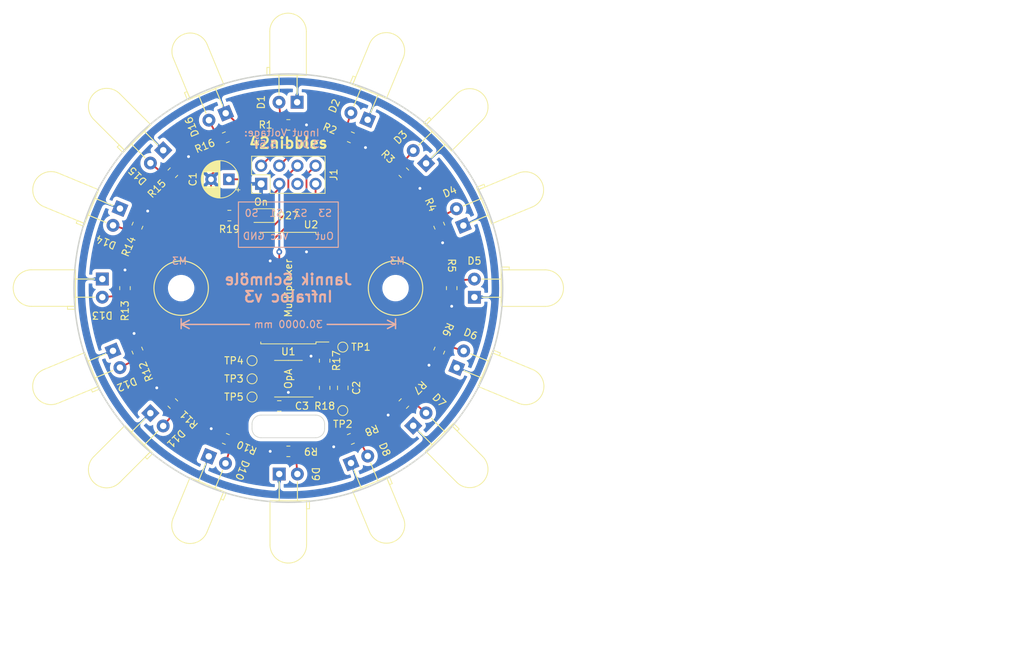
<source format=kicad_pcb>
(kicad_pcb (version 20221018) (generator pcbnew)
  (title_block (title "Infraloc") (date "2023-02-10") (rev "3") (company "FH Dortmund - 42nibbles") (comment 1 "Jannik Schmöle") (comment 4 "AISLER Project ID: UIJZLBFI"))
  (layers (0 "F.Cu" signal) (31 "B.Cu" signal) (34 "B.Paste" user) (35 "F.Paste" user) (36 "B.SilkS" user "B.Silkscreen") (37 "F.SilkS" user "F.Silkscreen") (38 "B.Mask" user) (39 "F.Mask" user) (44 "Edge.Cuts" user))
  (net 0 "")
  (net 1 "IRsig")
  (net 2 "/IR Empfänger/S0")
  (net 3 "GND")
  (net 4 "/IR Empfänger/S1")
  (net 5 "/IR Empfänger/S2")
  (net 6 "VCC")
  (net 7 "/IR Empfänger/S3")
  (net 8 "/IR Empfänger/Out")
  (net 9 "Net-(U1A--)")
  (net 10 "Net-(D1-A)")
  (net 11 "Net-(D2-A)")
  (net 12 "Net-(D3-A)")
  (net 13 "Net-(D4-A)")
  (net 14 "Net-(D5-A)")
  (net 15 "Net-(D6-A)")
  (net 16 "Net-(D7-A)")
  (net 17 "Net-(D8-A)")
  (net 18 "Net-(D9-A)")
  (net 19 "Net-(D10-A)")
  (net 20 "Net-(D11-A)")
  (net 21 "Net-(D12-A)")
  (net 22 "Net-(D13-A)")
  (net 23 "Net-(D14-A)")
  (net 24 "Net-(D15-A)")
  (net 25 "/IR Empfänger/IR Drive")
  (net 26 "Net-(D16-A)")
  (net 27 "Net-(D27-A)")
  (net 28 "Net-(TP5-Pad1)")
  (net 29 "Net-(U1B--)")
  (net 30 "Net-(U1B-+)")
  (footprint "Capacitor_SMD:C_0805_2012Metric_Pad1.18x1.45mm_HandSolder" (layer "F.Cu") (at 67.31 73.66 -90)
    (fp_text reference "C2")
    (fp_text value "10pF")
  )
  (footprint "Resistor_SMD:R_0805_2012Metric_Pad1.20x1.40mm_HandSolder" (layer "F.Cu") (at 75.854461 43.525538 -45)
    (fp_text reference "R3")
    (fp_text value "R")
  )
  (footprint "Resistor_SMD:R_0805_2012Metric_Pad1.20x1.40mm_HandSolder" (layer "F.Cu") (at 43.525538 43.525538 45)
    (fp_text reference "R15")
    (fp_text value "R")
  )
  (footprint "TestPoint:TestPoint_Pad_D1.0mm" (layer "F.Cu") (at 67.31 76.835 -90)
    (fp_text reference "TP2")
    (fp_text value "Preamp")
  )
  (footprint "LED_THT:LED_D5.0mm_Horizontal_O3.81mm_Z3.0mm" (layer "F.Cu") (at 35.636796 49.726836 -112.5)
    (fp_text reference "D14")
    (fp_text value "D_Photo")
  )
  (footprint "LED_THT:LED_D5.0mm_Horizontal_O3.81mm_Z3.0mm" (layer "F.Cu") (at 69.653163 83.743203 22.5)
    (fp_text reference "D8")
    (fp_text value "D_Photo")
  )
  (footprint "LED_THT:LED_D5.0mm_Horizontal_O3.81mm_Z3.0mm" (layer "F.Cu") (at 49.726836 35.636796 -157.5)
    (fp_text reference "D16")
    (fp_text value "D_Photo")
  )
  (footprint "TestPoint:TestPoint_Pad_D1.0mm" (layer "F.Cu") (at 67.31 67.945 180)
    (fp_text reference "TP1")
    (fp_text value "IR_Signal")
  )
  (footprint "Resistor_SMD:R_0805_2012Metric_Pad1.20x1.40mm_HandSolder" (layer "F.Cu") (at 59.69 36.83)
    (fp_text reference "R1")
    (fp_text value "R")
  )
  (footprint "Resistor_SMD:R_0805_2012Metric_Pad1.20x1.40mm_HandSolder" (layer "F.Cu") (at 51.435 49.53 180)
    (fp_text reference "R19")
    (fp_text value "250R")
  )
  (footprint "Connector_PinHeader_2.54mm:PinHeader_2x04_P2.54mm_Vertical" (layer "F.Cu") (at 55.88 45.085 90)
    (fp_text reference "J1")
    (fp_text value "Conn_02x04_Odd_Even")
  )
  (footprint "LED_THT:LED_D5.0mm_Horizontal_O3.81mm_Z3.0mm" (layer "F.Cu") (at 35.636796 69.653163 -67.5)
    (fp_text reference "D12")
    (fp_text value "D_Photo")
  )
  (footprint "TestPoint:TestPoint_Pad_D1.0mm" (layer "F.Cu") (at 54.61 72.39)
    (fp_text reference "TP3")
    (fp_text value "2-")
  )
  (footprint "Resistor_SMD:R_0805_2012Metric_Pad1.20x1.40mm_HandSolder" (layer "F.Cu") (at 68.438143 80.809886 -157.5)
    (fp_text reference "R8")
    (fp_text value "R")
  )
  (footprint "Resistor_SMD:R_0805_2012Metric_Pad1.20x1.40mm_HandSolder" (layer "F.Cu") (at 38.570113 50.941856 67.5)
    (fp_text reference "R14")
    (fp_text value "R")
  )
  (footprint "Resistor_SMD:R_0805_2012Metric_Pad1.20x1.40mm_HandSolder" (layer "F.Cu") (at 50.941856 38.570113 22.5)
    (fp_text reference "R16")
    (fp_text value "R")
  )
  (footprint "Resistor_SMD:R_0805_2012Metric_Pad1.20x1.40mm_HandSolder" (layer "F.Cu") (at 75.854461 75.854461 -135)
    (fp_text reference "R7")
    (fp_text value "R")
  )
  (footprint "LED_THT:LED_D5.0mm_Horizontal_O3.81mm_Z3.0mm" (layer "F.Cu") (at 49.726836 83.743203 -22.5)
    (fp_text reference "D10")
    (fp_text value "D_Photo")
  )
  (footprint "Resistor_SMD:R_0805_2012Metric_Pad1.20x1.40mm_HandSolder" (layer "F.Cu") (at 80.809886 50.941856 -67.5)
    (fp_text reference "R4")
    (fp_text value "R")
  )
  (footprint "LED_THT:LED_D5.0mm_Horizontal_O3.81mm_Z3.0mm" (layer "F.Cu") (at 59.69 33.655 180)
    (fp_text reference "D1")
    (fp_text value "D_Photo")
  )
  (footprint "LED_THT:LED_D5.0mm_Horizontal_O3.81mm_Z3.0mm" (layer "F.Cu") (at 83.743203 69.653163 67.5)
    (fp_text reference "D6")
    (fp_text value "D_Photo")
  )
  (footprint "Resistor_SMD:R_0805_2012Metric_Pad1.20x1.40mm_HandSolder" (layer "F.Cu") (at 43.525538 75.854461 135)
    (fp_text reference "R11")
    (fp_text value "R")
  )
  (footprint "LED_THT:LED_D5.0mm_Horizontal_O3.81mm_Z3.0mm" (layer "F.Cu") (at 59.69 85.725)
    (fp_text reference "D9")
    (fp_text value "D_Photo")
  )
  (footprint "Resistor_SMD:R_0805_2012Metric_Pad1.20x1.40mm_HandSolder" (layer "F.Cu") (at 64.77 73.66 -90)
    (fp_text reference "R18")
    (fp_text value "R")
  )
  (footprint "Resistor_SMD:R_0805_2012Metric_Pad1.20x1.40mm_HandSolder" (layer "F.Cu") (at 50.941856 80.809886 157.5)
    (fp_text reference "R10")
    (fp_text value "R")
  )
  (footprint "LED_THT:LED_D5.0mm_Horizontal_O3.81mm_Z3.0mm" (layer "F.Cu") (at 33.655 59.69 -90)
    (fp_text reference "D13")
    (fp_text value "D_Photo")
  )
  (footprint "Package_SO:SOP-8_3.9x4.9mm_P1.27mm" (layer "F.Cu") (at 59.7025 72.3775 180)
    (fp_text reference "U1")
    (fp_text value "LM358")
  )
  (footprint "Resistor_SMD:R_0805_2012Metric_Pad1.20x1.40mm_HandSolder" (layer "F.Cu") (at 36.83 59.69 90)
    (fp_text reference "R13")
    (fp_text value "R")
  )
  (footprint "LED_THT:LED_D5.0mm_Horizontal_O3.81mm_Z3.0mm" (layer "F.Cu") (at 83.743203 49.726836 112.5)
    (fp_text reference "D4")
    (fp_text value "D_Photo")
  )
  (footprint "TestPoint:TestPoint_Pad_D1.0mm" (layer "F.Cu") (at 54.61 69.85)
    (fp_text reference "TP4")
    (fp_text value "2+")
  )
  (footprint "LED_THT:LED_D5.0mm_Horizontal_O3.81mm_Z3.0mm" (layer "F.Cu") (at 41.280474 78.099525 -45)
    (fp_text reference "D11")
    (fp_text value "D_Photo")
  )
  (footprint "LED_THT:LED_D5.0mm_Horizontal_O3.81mm_Z3.0mm" (layer "F.Cu") (at 41.280474 41.280474 -135)
    (fp_text reference "D15")
    (fp_text value "D_Photo")
  )
  (footprint "Package_SO:SOIC-24W_7.5x15.4mm_P1.27mm" (layer "F.Cu") (at 59.69 59.69 180)
    (fp_text reference "U2")
    (fp_text value "74HC4067D")
  )
  (footprint "Capacitor_SMD:C_0805_2012Metric_Pad1.18x1.45mm_HandSolder" (layer "F.Cu") (at 58.42 76.2)
    (fp_text reference "C3")
    (fp_text value "100nF")
  )
  (footprint "LED_THT:LED_D5.0mm_Horizontal_O3.81mm_Z3.0mm" (layer "F.Cu") (at 78.099525 41.280474 135)
    (fp_text reference "D3")
    (fp_text value "D_Photo")
  )
  (footprint "Resistor_SMD:R_0805_2012Metric_Pad1.20x1.40mm_HandSolder" (layer "F.Cu") (at 64.77 69.85 -90)
    (fp_text reference "R17")
    (fp_text value "150k")
  )
  (footprint "Resistor_SMD:R_0805_2012Metric_Pad1.20x1.40mm_HandSolder" (layer "F.Cu") (at 38.570113 68.438143 112.5)
    (fp_text reference "R12")
    (fp_text value "R")
  )
  (footprint "Resistor_SMD:R_0805_2012Metric_Pad1.20x1.40mm_HandSolder" (layer "F.Cu") (at 59.69 82.55 180)
    (fp_text reference "R9")
    (fp_text value "R")
  )
  (footprint "Resistor_SMD:R_0805_2012Metric_Pad1.20x1.40mm_HandSolder" (layer "F.Cu") (at 80.809886 68.438143 -112.5)
    (fp_text reference "R6")
    (fp_text value "R")
  )
  (footprint "LED_THT:LED_D5.0mm_Horizontal_O3.81mm_Z3.0mm" (layer "F.Cu") (at 85.725 59.69 90)
    (fp_text reference "D5")
    (fp_text value "D_Photo")
  )
  (footprint "Resistor_SMD:R_0805_2012Metric_Pad1.20x1.40mm_HandSolder" (layer "F.Cu") (at 82.55 59.69 -90)
    (fp_text reference "R5")
    (fp_text value "R")
  )
  (footprint "Capacitor_THT:CP_Radial_D5.0mm_P2.50mm" (layer "F.Cu") (at 51.370113 44.45 180)
    (fp_text reference "C1")
    (fp_text value "10uF")
  )
  (footprint "Resistor_SMD:R_0805_2012Metric_Pad1.20x1.40mm_HandSolder" (layer "F.Cu") (at 68.438143 38.570113 -22.5)
    (fp_text reference "R2")
    (fp_text value "R")
  )
  (footprint "MountingHole:MountingHole_3.2mm_M3_DIN965" (layer "F.Cu") (at 44.69 59.69)
    (fp_text reference "H2")
    (fp_text value "MountingHole")
  )
  (footprint "LED_THT:LED_D5.0mm_Horizontal_O3.81mm_Z3.0mm" (layer "F.Cu") (at 69.653163 35.636796 157.5)
    (fp_text reference "D2")
    (fp_text value "D_Photo")
  )
  (footprint "LED_SMD:LED_0805_2012Metric_Pad1.15x1.40mm_HandSolder" (layer "F.Cu") (at 55.88 49.53 180)
    (fp_text reference "D27")
    (fp_text value "LED")
  )
  (footprint "TestPoint:TestPoint_Pad_D1.0mm" (layer "F.Cu") (at 54.61 74.93)
    (fp_text reference "TP5")
    (fp_text value "2Out")
  )
  (footprint "LED_THT:LED_D5.0mm_Horizontal_O3.81mm_Z3.0mm" (layer "F.Cu") (at 78.099525 78.099525 45)
    (fp_text reference "D7")
    (fp_text value "D_Photo")
  )
  (footprint "MountingHole:MountingHole_3.2mm_M3_DIN965" (layer "F.Cu") (at 74.69 59.69)
    (fp_text reference "H1")
    (fp_text value "MountingHole")
  )
  (gr_rect (start 52.705 47.625) (end 66.675 53.975) (stroke (width 0.15)) (fill none) (layer "B.SilkS"))
  (gr_circle (center 74.69 59.69) (end 78.5 59.69) (stroke (width 0.15)) (fill none) (layer "F.SilkS"))
  (gr_circle (center 44.69 59.69) (end 40.88 59.69) (stroke (width 0.15)) (fill none) (layer "F.SilkS"))
  (gr_circle (center 59.69 59.69) (end 89.69 59.69) (stroke (width 0.2)) (fill none) (layer "Edge.Cuts"))
  (gr_line (start 54.61 79.375) (end 54.61 78.74) (stroke (width 0.1)) (layer "Edge.Cuts"))
  (gr_line (start 63.5 80.645) (end 55.88 80.645) (stroke (width 0.1)) (layer "Edge.Cuts"))
  (gr_arc (start 54.61 78.74) (mid 54.981974 77.841974) (end 55.88 77.47) (stroke (width 0.1)) (layer "Edge.Cuts"))
  (gr_line (start 55.88 77.47) (end 63.5 77.47) (stroke (width 0.1)) (layer "Edge.Cuts"))
  (gr_arc (start 55.88 80.645) (mid 54.981974 80.273026) (end 54.61 79.375) (stroke (width 0.1)) (layer "Edge.Cuts"))
  (gr_arc (start 64.77 79.375) (mid 64.398026 80.273026) (end 63.5 80.645) (stroke (width 0.1)) (layer "Edge.Cuts"))
  (gr_line (start 64.77 78.74) (end 64.77 79.375) (stroke (width 0.1)) (layer "Edge.Cuts"))
  (gr_arc (start 63.5 77.47) (mid 64.398026 77.841974) (end 64.77 78.74) (stroke (width 0.1)) (layer "Edge.Cuts"))
  (gr_text "Input Voltage:\n3.0V - 5.5V" (at 64.135 38.735) (layer "B.SilkS") (effects (font (size 1 1)) (justify left mirror)))
  (gr_text "M3" (at 74.93 55.88) (layer "B.SilkS") (effects (font (size 1 1)) (justify mirror)))
  (gr_text "Jannik Schmöle\nInfraloc v3" (at 59.69 59.69) (layer "B.SilkS") (effects (font (size 1.5 1.5) (thickness 0.3)) (justify mirror)))
  (gr_text "M3" (at 44.45 55.88) (layer "B.SilkS") (effects (font (size 1 1)) (justify mirror)))
  (gr_text "S3  S2  S1  S0\n\nOut     Vcc GND" (at 59.69 50.8) (layer "B.SilkS") (effects (font (size 1 1)) (justify mirror)))
  (gr_text "Multiplexer" (at 59.69 59.69 90) (layer "F.SilkS") (effects (font (size 1 1))))
  (gr_text "42nibbles" (at 59.69 39.37) (layer "F.SilkS") (effects (font (size 1.5 1.5) (thickness 0.3))))
  (gr_text "OpA" (at 59.69 72.39 90) (layer "F.SilkS") (effects (font (size 1 1))))
  (gr_text "On" (at 55.88 47.625) (layer "F.SilkS") (effects (font (size 1 1))))
  (dimension (type aligned) (layer "B.SilkS") (pts (xy 74.69 63.5) (xy 44.69 63.5)) (height -1.27) (gr_text "30,0000 mm" (at 59.69 64.77) (layer "B.SilkS") (effects (font (size 1 1) (thickness 0.15)) (justify mirror))) (format (prefix "") (suffix "") (units 3) (units_format 1) (precision 4)) (style (thickness 0.2) (arrow_length 1.27) (text_position_mode 2) (extension_height 0.58642) (extension_offset 0.5) keep_text_aligned))
  (segment (start 60.96 69.215) (end 60.96 71.1175) (width 0.25) (layer "F.Cu") (net 1))
  (segment (start 66.04 66.675) (end 67.31 67.945) (width 0.25) (layer "F.Cu") (net 1))
  (segment (start 60.96 71.1175) (end 61.585 71.7425) (width 0.25) (layer "F.Cu") (net 1))
  (segment (start 63.5 66.675) (end 60.96 69.215) (width 0.25) (layer "F.Cu") (net 1))
  (segment (start 61.585 71.7425) (end 62.3275 71.7425) (width 0.25) (layer "F.Cu") (net 1))
  (segment (start 64.34 66.675) (end 66.04 66.675) (width 0.25) (layer "F.Cu") (net 1))
  (segment (start 64.34 66.675) (end 63.5 66.675) (width 0.25) (layer "F.Cu") (net 1))
  (segment (start 58.42 40.005) (end 64.77 40.005) (width 0.25) (layer "F.Cu") (net 2))
  (segment (start 67.31 53.34) (end 65.405 55.245) (width 0.25) (layer "F.Cu") (net 2))
  (segment (start 65.405 55.245) (end 64.34 55.245) (width 0.25) (layer "F.Cu") (net 2))
  (segment (start 67.31 42.545) (end 67.31 53.34) (width 0.25) (layer "F.Cu") (net 2))
  (segment (start 64.77 40.005) (end 67.31 42.545) (width 0.25) (layer "F.Cu") (net 2))
  (segment (start 55.88 42.545) (end 58.42 40.005) (width 0.25) (layer "F.Cu") (net 2))
  (segment (start 51.865736 40.844264) (end 48.870113 43.839887) (width 0.25) (layer "F.Cu") (net 3))
  (segment (start 36.83 58.69) (end 36.83 57.15) (width 0.25) (layer "F.Cu") (net 3))
  (segment (start 58.69 82.55) (end 57.15 82.55) (width 0.25) (layer "F.Cu") (net 3))
  (segment (start 64.405 69.215) (end 64.77 68.85) (width 0.25) (layer "F.Cu") (net 3))
  (segment (start 69.362023 38.952796) (end 69.432796 38.952796) (width 0.25) (layer "F.Cu") (net 3))
  (segment (start 80.427203 69.432797) (end 79.375 70.485) (width 0.25) (layer "F.Cu") (net 3))
  (segment (start 51.865736 38.18743) (end 51.865736 40.844264) (width 0.25) (layer "F.Cu") (net 3))
  (segment (start 48.870113 44.45) (end 48.870113 47.965113) (width 0.25) (layer "F.Cu") (net 3))
  (segment (start 62.865 69.215) (end 62.3275 69.7525) (width 0.25) (layer "F.Cu") (net 3))
  (segment (start 63.5 52.705) (end 64.34 52.705) (width 0.25) (layer "F.Cu") (net 3))
  (segment (start 59.4575 74.5275) (end 59.4575 76.2) (width 0.25) (layer "F.Cu") (net 3))
  (segment (start 57.15 55.88) (end 56.515 55.245) (width 0.25) (layer "F.Cu") (net 3))
  (segment (start 74.238922 77.47) (end 75.147354 76.561568) (width 0.25) (layer "F.Cu") (net 3))
  (segment (start 38.18743 66.12743) (end 38.18743 67.514263) (width 0.25) (layer "F.Cu") (net 3))
  (segment (start 41.275 73.66) (end 41.331077 73.66) (width 0.25) (layer "F.Cu") (net 3))
  (segment (start 69.432796 38.952796) (end 70.485 40.005) (width 0.25) (layer "F.Cu") (net 3))
  (segment (start 48.870113 43.839887) (end 48.870113 44.45) (width 0.25) (layer "F.Cu") (net 3))
  (segment (start 62.23 53.975) (end 63.5 52.705) (width 0.25) (layer "F.Cu") (net 3))
  (segment (start 73.66 77.47) (end 74.238922 77.47) (width 0.25) (layer "F.Cu") (net 3))
  (segment (start 50.017976 80.427203) (end 49.947203 80.427203) (width 0.25) (layer "F.Cu") (net 3))
  (segment (start 60.69 36.83) (end 62.23 36.83) (width 0.25) (layer "F.Cu") (net 3))
  (segment (start 76.561568 44.232645) (end 76.617645 44.232645) (width 0.25) (layer "F.Cu") (net 3))
  (segment (start 80.427203 69.362023) (end 80.427203 69.432797) (width 0.25) (layer "F.Cu") (net 3))
  (segment (start 41.331077 73.66) (end 42.818431 75.147354) (width 0.25) (layer "F.Cu") (net 3))
  (segment (start 49.947203 80.427203) (end 48.895 79.375) (width 0.25) (layer "F.Cu") (net 3))
  (segment (start 44.232645 42.762355) (end 45.72 41.275) (width 0.25) (layer "F.Cu") (net 3))
  (segment (start 59.69 74.295) (end 59.4575 74.5275) (width 0.25) (layer "F.Cu") (net 3))
  (segment (start 44.232645 42.818431) (end 44.232645 42.762355) (width 0.25) (layer "F.Cu") (net 3))
  (segment (start 82.55 60.69) (end 82.55 62.23) (width 0.25) (layer "F.Cu") (net 3))
  (segment (start 62.3275 69.7525) (end 62.3275 70.4725) (width 0.25) (layer "F.Cu") (net 3))
  (segment (start 38.952796 49.947204) (end 40.005 48.895) (width 0.25) (layer "F.Cu") (net 3))
  (segment (start 48.870113 47.965113) (end 50.435 49.53) (width 0.25) (layer "F.Cu") (net 3))
  (segment (start 81.192569 53.252569) (end 81.28 53.34) (width 0.25) (layer "F.Cu") (net 3))
  (segment (start 76.617645 44.232645) (end 78.105 45.72) (width 0.25) (layer "F.Cu") (net 3))
  (segment (start 62.23 54.61) (end 62.23 53.975) (width 0.25) (layer "F.Cu") (net 3))
  (segment (start 81.192569 51.865736) (end 81.192569 53.252569) (width 0.25) (layer "F.Cu") (net 3))
  (segment (start 66.762431 81.192569) (end 66.04 81.915) (width 0.25) (layer "F.Cu") (net 3))
  (segment (start 38.1 66.04) (end 38.18743 66.12743) (width 0.25) (layer "F.Cu") (net 3))
  (segment (start 38.952796 50.017976) (end 38.952796 49.947204) (width 0.25) (layer "F.Cu") (net 3))
  (segment (start 67.514263 81.192569) (end 66.762431 81.192569) (width 0.25) (layer "F.Cu") (net 3))
  (segment (start 62.865 69.215) (end 64.405 69.215) (width 0.25) (layer "F.Cu") (net 3))
  (segment (start 56.515 55.245) (end 55.04 55.245) (width 0.25) (layer "F.Cu") (net 3))
  (via (at 73.66 77.47) (size 0.8) (drill 0.4) (layers "F.Cu" "B.Cu") (net 3))
  (via (at 62.23 36.83) (size 0.8) (drill 0.4) (layers "F.Cu" "B.Cu") (net 3))
  (via (at 38.1 66.04) (size 0.8) (drill 0.4) (layers "F.Cu" "B.Cu") (net 3))
  (via (at 82.55 62.23) (size 0.8) (drill 0.4) (layers "F.Cu" "B.Cu") (net 3))
  (via (at 66.04 81.915) (size 0.8) (drill 0.4) (layers "F.Cu" "B.Cu") (net 3))
  (via (at 78.105 45.72) (size 0.8) (drill 0.4) (layers "F.Cu" "B.Cu") (net 3))
  (via (at 41.275 73.66) (size 0.8) (drill 0.4) (layers "F.Cu" "B.Cu") (net 3))
  (via (at 45.72 41.275) (size 0.8) (drill 0.4) (layers "F.Cu" "B.Cu") (net 3))
  (via (at 57.15 82.55) (size 0.8) (drill 0.4) (layers "F.Cu" "B.Cu") (net 3))
  (via (at 81.28 53.34) (size 0.8) (drill 0.4) (layers "F.Cu" "B.Cu") (net 3))
  (via (at 57.15 55.88) (size 0.8) (drill 0.4) (layers "F.Cu" "B.Cu") (net 3))
  (via (at 62.23 54.61) (size 0.8) (drill 0.4) (layers "F.Cu" "B.Cu") (net 3))
  (via (at 36.83 57.15) (size 0.8) (drill 0.4) (layers "F.Cu" "B.Cu") (net 3))
  (via (at 48.895 79.375) (size 0.8) (drill 0.4) (layers "F.Cu" "B.Cu") (net 3))
  (via (at 70.485 40.005) (size 0.8) (drill 0.4) (layers "F.Cu" "B.Cu") (net 3))
  (via (at 62.865 69.215) (size 0.8) (drill 0.4) (layers "F.Cu" "B.Cu") (net 3))
  (via (at 59.69 74.295) (size 0.8) (drill 0.4) (layers "F.Cu" "B.Cu") (net 3))
  (via (at 40.005 48.895) (size 0.8) (drill 0.4) (layers "F.Cu" "B.Cu") (net 3))
  (via (at 79.375 70.485) (size 0.8) (drill 0.4) (layers "F.Cu" "B.Cu") (net 3))
  (segment (start 65.05452 53.975) (end 64.34 53.975) (width 0.25) (layer "F.Cu") (net 4))
  (segment (start 64.135 40.64) (end 66.04 42.545) (width 0.25) (layer "F.Cu") (net 4))
  (segment (start 66.04 52.98952) (end 65.05452 53.975) (width 0.25) (layer "F.Cu") (net 4))
  (segment (start 66.04 42.545) (end 66.04 52.98952) (width 0.25) (layer "F.Cu") (net 4))
  (segment (start 58.42 42.545) (end 60.325 40.64) (width 0.25) (layer "F.Cu") (net 4))
  (segment (start 60.325 40.64) (end 64.135 40.64) (width 0.25) (layer "F.Cu") (net 4))
  (segment (start 53.975 53.975) (end 55.04 53.975) (width 0.25) (layer "F.Cu") (net 5))
  (segment (start 60.96 42.545) (end 59.69 43.815) (width 0.25) (layer "F.Cu") (net 5))
  (segment (start 57.15 51.435) (end 54.15024 51.435) (width 0.25) (layer "F.Cu") (net 5))
  (segment (start 59.69 48.895) (end 57.15 51.435) (width 0.25) (layer "F.Cu") (net 5))
  (segment (start 53.34 52.24524) (end 53.34 53.34) (width 0.25) (layer "F.Cu") (net 5))
  (segment (start 54.15024 51.435) (end 53.34 52.24524) (width 0.25) (layer "F.Cu") (net 5))
  (segment (start 59.69 43.815) (end 59.69 48.895) (width 0.25) (layer "F.Cu") (net 5))
  (segment (start 53.34 53.34) (end 53.975 53.975) (width 0.25) (layer "F.Cu") (net 5))
  (segment (start 56.515 47.625) (end 56.905 48.015) (width 0.25) (layer "F.Cu") (net 6))
  (segment (start 55.990536 66.675) (end 55.04 66.675) (width 0.25) (layer "F.Cu") (net 6))
  (segment (start 57.7975 74.2825) (end 58.42 73.66) (width 0.25) (layer "F.Cu") (net 6))
  (segment (start 56.515 47.625) (end 58.42 45.72) (width 0.25) (layer "F.Cu") (net 6))
  (segment (start 50.923917 35.195069) (end 51.070069 35.195069) (width 0.25) (layer "F.Cu") (net 6))
  (segment (start 53.34 44.45) (end 53.34 46.419887) (width 0.25) (layer "F.Cu") (net 6))
  (segment (start 54.545113 47.625) (end 56.515 47.625) (width 0.25) (layer "F.Cu") (net 6))
  (segment (start 57.0775 75.895) (end 57.3825 76.2) (width 0.25) (layer "F.Cu") (net 6))
  (segment (start 57.0775 74.2825) (end 57.7975 74.2825) (width 0.25) (layer "F.Cu") (net 6))
  (segment (start 53.34 37.465) (end 53.34 44.45) (width 0.25) (layer "F.Cu") (net 6))
  (segment (start 58.42 70.055) (end 55.04 66.675) (width 0.25) (layer "F.Cu") (net 6))
  (segment (start 53.34 46.419887) (end 54.545113 47.625) (width 0.25) (layer "F.Cu") (net 6))
  (segment (start 56.905 48.015) (end 56.905 49.53) (width 0.25) (layer "F.Cu") (net 6))
  (segment (start 58.42 73.66) (end 58.42 70.055) (width 0.25) (layer "F.Cu") (net 6))
  (segment (start 58.42 45.72) (end 58.42 45.085) (width 0.25) (layer "F.Cu") (net 6))
  (segment (start 51.370113 44.45) (end 53.34 44.45) (width 0.25) (layer "F.Cu") (net 6))
  (segment (start 57.0775 74.2825) (end 57.0775 75.895) (width 0.25) (layer "F.Cu") (net 6))
  (segment (start 51.070069 35.195069) (end 53.34 37.465) (width 0.25) (layer "F.Cu") (net 6))
  (segment (start 58.42 64.245536) (end 55.990536 66.675) (width 0.25) (layer "F.Cu") (net 6))
  (segment (start 58.42 54.61) (end 58.42 64.245536) (width 0.25) (layer "F.Cu") (net 6))
  (via (at 58.42 54.61) (size 0.8) (drill 0.4) (layers "F.Cu" "B.Cu") (net 6))
  (segment (start 68.456082 84.18493) (end 69.215 86.36) (width 0.25) (layer "B.Cu") (net 6))
  (segment (start 33.655 58.415) (end 31.115 58.42) (width 0.25) (layer "B.Cu") (net 6))
  (segment (start 85.725 60.965) (end 88.26 60.965) (width 0.25) (layer "B.Cu") (net 6))
  (segment (start 36.124717 48.54889) (end 33.655 47.625) (width 0.25) (layer "B.Cu") (net 6))
  (segment (start 58.415 85.725) (end 58.42 88.265) (width 0.25) (layer "B.Cu") (net 6))
  (segment (start 78.965731 42.21739) (end 81.28 40.005) (width 0.25) (layer "B.Cu") (net 6))
  (segment (start 42.182035 40.378913) (end 40.64 38.735) (width 0.25) (layer "B.Cu") (net 6))
  (segment (start 50.923917 35.195069) (end 50.165 33.02) (width 0.25) (layer "B.Cu") (net 6))
  (segment (start 58.42 54.61) (end 58.42 45.085) (width 0.25) (layer "B.Cu") (net 6))
  (segment (start 48.54889 83.255282) (end 47.625 85.725) (width 0.25) (layer "B.Cu") (net 6))
  (segment (start 83.255282 70.831109) (end 85.725 71.755) (width 0.25) (layer "B.Cu") (net 6))
  (segment (start 40.378913 77.197964) (end 38.735 78.74) (width 0.25) (layer "B.Cu") (net 6))
  (segment (start 60.92 33.655) (end 60.96 31.115) (width 0.25) (layer "B.Cu") (net 6))
  (segment (start 84.18493 50.923917) (end 86.995 49.53) (width 0.25) (layer "B.Cu") (net 6))
  (segment (start 77.162609 78.965731) (end 78.74 80.645) (width 0.25) (layer "B.Cu") (net 6))
  (segment (start 70.789535 36.107497) (end 71.755 33.655) (width 0.25) (layer "B.Cu") (net 6))
  (segment (start 35.148875 68.475217) (end 33.02 69.215) (width 0.25) (layer "B.Cu") (net 6))
  (segment (start 88.26 60.965) (end 88.265 60.96) (width 0.25) (layer "B.Cu") (net 6))
  (segment (start 62.23 43.815) (end 62.23 48.26) (width 0.25) (layer "F.Cu") (net 7))
  (segment (start 57.785 52.705) (end 55.04 52.705) (width 0.25) (layer "F.Cu") (net 7))
  (segment (start 62.23 48.26) (end 57.785 52.705) (width 0.25) (layer "F.Cu") (net 7))
  (segment (start 63.5 42.545) (end 62.23 43.815) (width 0.25) (layer "F.Cu") (net 7))
  (segment (start 63.5 45.085) (end 63.5 48.895704) (width 0.25) (layer "F.Cu") (net 8))
  (segment (start 64.77 74.66) (end 67.2725 74.66) (width 0.25) (layer "F.Cu") (net 8))
  (segment (start 59.69 52.705704) (end 59.69 72.39) (width 0.25) (layer "F.Cu") (net 8))
  (segment (start 59.69 72.39) (end 61.5825 74.2825) (width 0.25) (layer "F.Cu") (net 8))
  (segment (start 64.3925 74.2825) (end 64.77 74.66) (width 0.25) (layer "F.Cu") (net 8))
  (segment (start 67.31 76.835) (end 67.31 74.6975) (width 0.25) (layer "F.Cu") (net 8))
  (segment (start 63.5 48.895704) (end 59.69 52.705704) (width 0.25) (layer "F.Cu") (net 8))
  (segment (start 61.5825 74.2825) (end 62.3275 74.2825) (width 0.25) (layer "F.Cu") (net 8))
  (segment (start 62.3275 74.2825) (end 64.3925 74.2825) (width 0.25) (layer "F.Cu") (net 8))
  (segment (start 64.77 72.66) (end 67.2725 72.66) (width 0.25) (layer "F.Cu") (net 9))
  (segment (start 67.2725 72.66) (end 67.31 72.6225) (width 0.25) (layer "F.Cu") (net 9))
  (segment (start 62.3275 73.0125) (end 64.4175 73.0125) (width 0.25) (layer "F.Cu") (net 9))
  (segment (start 64.77 72.66) (end 64.77 70.85) (width 0.25) (layer "F.Cu") (net 9))
  (segment (start 64.4175 73.0125) (end 64.77 72.66) (width 0.25) (layer "F.Cu") (net 9))
  (segment (start 68.58 42.545) (end 64.77 38.735) (width 0.25) (layer "F.Cu") (net 10))
  (segment (start 65.405 56.515) (end 68.58 53.34) (width 0.25) (layer "F.Cu") (net 10))
  (segment (start 64.77 38.735) (end 60.325 38.735) (width 0.25) (layer "F.Cu") (net 10))
  (segment (start 58.69 37.1) (end 58.69 36.83) (width 0.25) (layer "F.Cu") (net 10))
  (segment (start 64.34 56.515) (end 65.405 56.515) (width 0.25) (layer "F.Cu") (net 10))
  (segment (start 58.69 36.83) (end 58.38 33.655) (width 0.25) (layer "F.Cu") (net 10))
  (segment (start 68.58 53.34) (end 68.58 42.545) (width 0.25) (layer "F.Cu") (net 10))
  (segment (start 60.325 38.735) (end 58.69 37.1) (width 0.25) (layer "F.Cu") (net 10))
  (segment (start 69.85 53.34) (end 65.405 57.785) (width 0.25) (layer "F.Cu") (net 11))
  (segment (start 65.405 57.785) (end 64.34 57.785) (width 0.25) (layer "F.Cu") (net 11))
  (segment (start 67.514263 38.18743) (end 67.514263 39.574263) (width 0.25) (layer "F.Cu") (net 11))
  (segment (start 67.514263 39.574263) (end 69.85 41.91) (width 0.25) (layer "F.Cu") (net 11))
  (segment (start 69.85 41.91) (end 69.85 53.34) (width 0.25) (layer "F.Cu") (net 11))
  (segment (start 67.514263 38.18743) (end 68.442881 35.135481) (width 0.25) (layer "F.Cu") (net 11))
  (segment (start 75.147354 42.818431) (end 77.16968 40.421339) (width 0.25) (layer "F.Cu") (net 12))
  (segment (start 75.147354 42.818431) (end 75.147354 49.947646) (width 0.25) (layer "F.Cu") (net 12))
  (segment (start 66.04 59.055) (end 64.34 59.055) (width 0.25) (layer "F.Cu") (net 12))
  (segment (start 75.147354 49.947646) (end 66.04 59.055) (width 0.25) (layer "F.Cu") (net 12))
  (segment (start 66.675 60.325) (end 64.34 60.325) (width 0.25) (layer "F.Cu") (net 13))
  (segment (start 76.982024 50.017976) (end 66.675 60.325) (width 0.25) (layer "F.Cu") (net 13))
  (segment (start 80.427203 50.017976) (end 76.982024 50.017976) (width 0.25) (layer "F.Cu") (net 13))
  (segment (start 83.212914 48.577263) (end 80.427203 50.017976) (width 0.25) (layer "F.Cu") (net 13))
  (segment (start 64.34 61.595) (end 68.58 61.595) (width 0.25) (layer "F.Cu") (net 14))
  (segment (start 85.725 58.425) (end 82.55 58.69) (width 0.25) (layer "F.Cu") (net 14))
  (segment (start 71.12 64.135) (end 77.105 64.135) (width 0.25) (layer "F.Cu") (net 14))
  (segment (start 77.105 64.135) (end 82.55 58.69) (width 0.25) (layer "F.Cu") (net 14))
  (segment (start 68.58 61.595) (end 71.12 64.135) (width 0.25) (layer "F.Cu") (net 14))
  (segment (start 72.594263 67.514263) (end 67.945 62.865) (width 0.25) (layer "F.Cu") (net 15))
  (segment (start 67.945 62.865) (end 64.34 62.865) (width 0.25) (layer "F.Cu") (net 15))
  (segment (start 84.227298 68.484455) (end 81.192569 67.514263) (width 0.25) (layer "F.Cu") (net 15))
  (segment (start 81.192569 67.514263) (end 72.594263 67.514263) (width 0.25) (layer "F.Cu") (net 15))
  (segment (start 76.561568 73.386568) (end 67.31 64.135) (width 0.25) (layer "F.Cu") (net 16))
  (segment (start 78.95866 77.16968) (end 76.561568 75.147354) (width 0.25) (layer "F.Cu") (net 16))
  (segment (start 76.561568 75.147354) (end 76.561568 73.386568) (width 0.25) (layer "F.Cu") (net 16))
  (segment (start 67.31 64.135) (end 64.34 64.135) (width 0.25) (layer "F.Cu") (net 16))
  (segment (start 66.675 65.405) (end 64.34 65.405) (width 0.25) (layer "F.Cu") (net 17))
  (segment (start 69.215 67.945) (end 66.675 65.405) (width 0.25) (layer "F.Cu") (net 17))
  (segment (start 69.215 80.28018) (end 69.215 67.945) (width 0.25) (layer "F.Cu") (net 17))
  (segment (start 69.362023 80.427203) (end 69.215 80.28018) (width 0.25) (layer "F.Cu") (net 17))
  (segment (start 70.802736 83.212914) (end 69.362023 80.427203) (width 0.25) (layer "F.Cu") (net 17))
  (segment (start 60.808634 83.971366) (end 57.047366 83.971366) (width 0.25) (layer "F.Cu") (net 18))
  (segment (start 53.975 65.405) (end 52.705 66.675) (width 0.25) (layer "F.Cu") (net 18))
  (segment (start 55.04 65.405) (end 53.975 65.405) (width 0.25) (layer "F.Cu") (net 18))
  (segment (start 52.705 66.675) (end 52.705 76.2) (width 0.25) (layer "F.Cu") (net 18))
  (segment (start 53.721 80.645) (end 57.047366 83.971366) (width 0.25) (layer "F.Cu") (net 18))
  (segment (start 60.955 85.725) (end 60.808634 83.971366) (width 0.25) (layer "F.Cu") (net 18))
  (segment (start 52.705 76.2) (end 53.721 77.216) (width 0.25) (layer "F.Cu") (net 18))
  (segment (start 60.808634 83.971366) (end 60.69 82.55) (width 0.25) (layer "F.Cu") (net 18))
  (segment (start 53.721 77.216) (end 53.721 80.645) (width 0.25) (layer "F.Cu") (net 18))
  (segment (start 50.895544 84.227298) (end 51.865736 81.192569) (width 0.25) (layer "F.Cu") (net 19))
  (segment (start 51.865736 79.805736) (end 51.435 79.375) (width 0.25) (layer "F.Cu") (net 19))
  (segment (start 53.34 64.135) (end 55.04 64.135) (width 0.25) (layer "F.Cu") (net 19))
  (segment (start 51.435 79.375) (end 51.435 66.04) (width 0.25) (layer "F.Cu") (net 19))
  (segment (start 51.435 66.04) (end 53.34 64.135) (width 0.25) (layer "F.Cu") (net 19))
  (segment (start 51.865736 81.192569) (end 51.865736 79.805736) (width 0.25) (layer "F.Cu") (net 19))
  (segment (start 53.0225 62.865) (end 55.04 62.865) (width 0.25) (layer "F.Cu") (net 20))
  (segment (start 42.174964 78.994015) (end 44.232645 76.561568) (width 0.25) (layer "F.Cu") (net 20))
  (segment (start 44.232645 76.561568) (end 44.232645 71.654855) (width 0.25) (layer "F.Cu") (net 20))
  (segment (start 44.232645 71.654855) (end 53.0225 62.865) (width 0.25) (layer "F.Cu") (net 20))
  (segment (start 38.952796 69.362023) (end 36.120891 70.821871) (width 0.25) (layer "F.Cu") (net 21))
  (segment (start 44.937977 69.362023) (end 52.705 61.595) (width 0.25) (layer "F.Cu") (net 21))
  (segment (start 52.705 61.595) (end 55.04 61.595) (width 0.25) (layer "F.Cu") (net 21))
  (segment (start 38.952796 69.362023) (end 44.937977 69.362023) (width 0.25) (layer "F.Cu") (net 21))
  (segment (start 36.83 60.69) (end 33.655 60.955) (width 0.25) (layer "F.Cu") (net 22))
  (segment (start 36.83 60.69) (end 40.275 64.135) (width 0.25) (layer "F.Cu") (net 22))
  (segment (start 40.275 64.135) (end 48.26 64.135) (width 0.25) (layer "F.Cu") (net 22))
  (segment (start 52.07 60.325) (end 55.04 60.325) (width 0.25) (layer "F.Cu") (net 22))
  (segment (start 48.26 64.135) (end 52.07 60.325) (width 0.25) (layer "F.Cu") (net 22))
  (segment (start 51.435 59.055) (end 55.04 59.055) (width 0.25) (layer "F.Cu") (net 23))
  (segment (start 38.18743 51.865736) (end 35.152701 50.895544) (width 0.25) (layer "F.Cu") (net 23))
  (segment (start 38.18743 51.865736) (end 44.245736 51.865736) (width 0.25) (layer "F.Cu") (net 23))
  (segment (start 44.245736 51.865736) (end 51.435 59.055) (width 0.25) (layer "F.Cu") (net 23))
  (segment (start 52.705 57.785) (end 55.04 57.785) (width 0.25) (layer "F.Cu") (net 24))
  (segment (start 42.818431 47.898431) (end 52.705 57.785) (width 0.25) (layer "F.Cu") (net 24))
  (segment (start 42.818431 44.232645) (end 42.818431 47.898431) (width 0.25) (layer "F.Cu") (net 24))
  (segment (start 42.818431 44.232645) (end 40.385984 42.174964) (width 0.25) (layer "F.Cu") (net 24))
  (segment (start 50.017976 38.952796) (end 48.577263 36.167085) (width 0.25) (layer "F.Cu") (net 26))
  (segment (start 53.975 56.515) (end 55.04 56.515) (width 0.25) (layer "F.Cu") (net 26))
  (segment (start 46.99 49.53) (end 53.975 56.515) (width 0.25) (layer "F.Cu") (net 26))
  (segment (start 50.017976 38.952796) (end 46.99 41.980772) (width 0.25) (layer "F.Cu") (net 26))
  (segment (start 46.99 41.980772) (end 46.99 49.53) (width 0.25) (layer "F.Cu") (net 26))
  (segment (start 52.435 49.53) (end 54.855 49.53) (width 0.25) (layer "F.Cu") (net 27))
  (segment (start 56.5275 73.0125) (end 57.0775 73.0125) (width 0.25) (layer "F.Cu") (net 28))
  (segment (start 54.61 74.93) (end 56.5275 73.0125) (width 0.25) (layer "F.Cu") (net 28))
  (segment (start 54.61 72.39) (end 55.2575 71.7425) (width 0.25) (layer "F.Cu") (net 29))
  (segment (start 55.2575 71.7425) (end 57.0775 71.7425) (width 0.25) (layer "F.Cu") (net 29))
  (segment (start 56.455 69.85) (end 57.0775 70.4725) (width 0.25) (layer "F.Cu") (net 30))
  (segment (start 54.61 69.85) (end 56.455 69.85) (width 0.25) (layer "F.Cu") (net 30))
  (zone (net 3) (net_name "GND") (layer "B.Cu") (priority 2) (connect_pads (clearance 0.5)) (min_thickness 0.1) (fill yes (thermal_gap 0.508) (thermal_bridge_width 0.508) (island_removal_mode 1) (island_area_min 0))
    (polygon (pts (xy 87.635004 59.69) (xy 87.616236 58.665991) (xy 87.559957 57.643358) (xy 87.466243 56.623474) (xy 87.335219 55.607709) (xy 87.167062 54.597428) (xy 86.961998 53.593986) (xy 86.720301 52.598733) (xy 86.442297 51.613005) (xy 86.128359 50.638126) (xy 85.778909 49.675406) (xy 85.394415 48.726138) (xy 84.975396 47.791596) (xy 84.522412 46.873036) (xy 84.036073 45.971693) (xy 83.517033 45.088776) (xy 82.965987 44.225471) (xy 82.383677 43.382939) (xy 81.770885 42.56231) (xy 81.128433 41.764687) (xy 80.457185 40.991143) (xy 79.758042 40.242714) (xy 79.031944 39.520408) (xy 78.279865 38.825193) (xy 77.502816 38.158004) (xy 76.701841 37.519738) (xy 75.878015 36.91125) (xy 75.032445 36.33336) (xy 74.166267 35.786842) (xy 73.280644 35.272432) (xy 72.376766 34.790819) (xy 71.455847 34.342651) (xy 70.519125 33.928531) (xy 69.567856 33.549013) (xy 68.603319 33.204608) (xy 67.62681 32.895779) (xy 66.63964 32.62294) (xy 65.643135 32.386458) (xy 64.638634 32.18665) (xy 63.627485 32.023785) (xy 62.611048 31.898082) (xy 61.590688 31.809709) (xy 60.567774 31.758785) (xy 59.543681 31.745379) (xy 58.519785 31.769509) (xy 57.49746 31.831141) (xy 56.478081 31.930194) (xy 55.463016 32.066534) (xy 54.453628 32.239979) (xy 53.451275 32.450295) (xy 52.457301 32.697199) (xy 51.473042 32.98036) (xy 50.49982 33.299399) (xy 49.538943 33.653885) (xy 48.591701 34.043343) (xy 47.659366 34.467251) (xy 46.74319 34.925037) (xy 45.844406 35.416089) (xy 44.964218 35.939745) (xy 44.103811 36.495303) (xy 43.264339 37.082017) (xy 42.44693 37.699098) (xy 41.652682 38.345717) (xy 40.882663 39.021006) (xy 40.137905 39.724058) (xy 39.41941 40.453929) (xy 38.728143 41.209637) (xy 38.065032 41.990169) (xy 37.430968 42.794475) (xy 36.826803 43.621476) (xy 36.253348 44.47006) (xy 35.711373 45.339088) (xy 35.201606 46.227392) (xy 34.724733 47.133779) (xy 34.281393 48.057032) (xy 33.872183 48.99591) (xy 33.497651 49.949153) (xy 33.158301 50.91548) (xy 32.854589 51.893592) (xy 32.586923 52.882178) (xy 32.355661 53.879907) (xy 32.161116 54.885441) (xy 32.003548 55.897428) (xy 31.883168 56.914509) (xy 31.800139 57.935319) (xy 31.754572 58.958485) (xy 31.746528 59.982634) (xy 31.776018 61.00639) (xy 31.843003 62.028378) (xy 31.947392 63.047224) (xy 32.089045 64.061562) (xy 32.267773 65.070027) (xy 32.483334 66.071266) (xy 32.735439 67.063933) (xy 33.02375 68.046696) (xy 33.34788 69.018234) (xy 33.707392 69.977242) (xy 34.101805 70.922432) (xy 34.530588 71.852535) (xy 34.993166 72.766301) (xy 35.488917 73.662502) (xy 36.017175 74.539935) (xy 36.57723 75.397422) (xy 37.168331 76.233811) (xy 37.789683 77.047977) (xy 38.440452 77.838828) (xy 39.119764 78.605302) (xy 39.826706 79.346368) (xy 40.560328 80.061031) (xy 41.319646 80.748332) (xy 42.103639 81.407347) (xy 42.911254 82.037191) (xy 43.741407 82.637018) (xy 44.592982 83.206022) (xy 45.464836 83.743439) (xy 46.355797 84.248548) (xy 47.264668 84.720669) (xy 48.19023 85.159168) (xy 49.131238 85.563457) (xy 50.086428 85.932993) (xy 51.054519 86.267278) (xy 52.034209 86.565865) (xy 53.024182 86.828351) (xy 54.023108 87.054385) (xy 55.029647 87.243663) (xy 56.042445 87.395931) (xy 57.060143 87.510983) (xy 58.081373 87.588666) (xy 59.104764 87.628875) (xy 60.128941 87.631556) (xy 61.152529 87.596706) (xy 62.174151 87.524372) (xy 63.192438 87.414649) (xy 64.206019 87.267687) (xy 65.213535 87.083682) (xy 66.213632 86.862881) (xy 67.204965 86.605582) (xy 68.186205 86.312129) (xy 69.156033 85.982917) (xy 70.113145 85.618388) (xy 71.056257 85.219031) (xy 71.984102 84.785384) (xy 72.895433 84.318028) (xy 73.789026 83.817592) (xy 74.663682 83.284747) (xy 75.518225 82.72021) (xy 76.351507 82.124738) (xy 77.162409 81.499131) (xy 77.949841 80.84423) (xy 78.712747 80.160914) (xy 79.450102 79.450102) (xy 80.160914 78.712747) (xy 80.84423 77.949841) (xy 81.499131 77.162409) (xy 82.124738 76.351507) (xy 82.72021 75.518225) (xy 83.284747 74.663682) (xy 83.817592 73.789026) (xy 84.318028 72.895433) (xy 84.785384 71.984102) (xy 85.219031 71.056257) (xy 85.618388 70.113145) (xy 85.982917 69.156033) (xy 86.312129 68.186205) (xy 86.605582 67.204965) (xy 86.862881 66.213632) (xy 87.083682 65.213535) (xy 87.267687 64.206019) (xy 87.414649 63.192438) (xy 87.524372 62.174151) (xy 87.596706 61.152529) (xy 87.631556 60.128941)))
  )
  (zone (net 6) (net_name "VCC") (layer "B.Cu") (priority 1) (connect_pads (clearance 0.5)) (min_thickness 0.1) (fill yes (thermal_gap 0.508) (thermal_bridge_width 0.508) (island_removal_mode 1) (island_area_min 0))
    (polygon (pts (xy 90.17 90.17) (xy 29.21 90.17) (xy 29.21 29.21) (xy 90.17 29.21)))
  )
)
</source>
